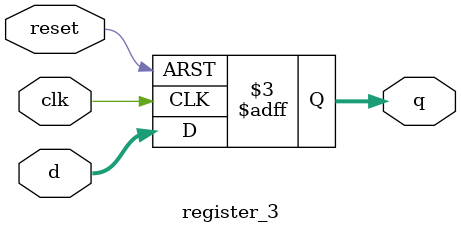
<source format=v>
`timescale 1ns/1ns

`celldefine
module register_1 (clk ,reset ,d ,q);
	
	input clk,reset;
	input  [7 : 0] d;
	output reg [7 : 0] q;
  
	always @ (posedge(clk) or negedge(reset))
	begin
	if (!reset)
		q <= 0;
	else
		q <= d;
	end
endmodule
`endcelldefine

`celldefine
module register_2 (clk ,reset ,d ,q);
	
	input clk,reset;
	input  [1 : 0] d;
	output reg [1 : 0] q;
  
	always @ (posedge(clk) or negedge(reset))
	begin
	if (!reset)
		q <= 0;
	else
		q <= d;
	end
endmodule
`endcelldefine


`celldefine
module register_3 (clk, reset, d, q);   
    input clk, reset;
    input [2:0] d;
    output reg [2:0] q;
    
    always @ (posedge clk or negedge reset) begin
        if (!reset)
            q <= 0; 
        else
            q <= d; 
    end
endmodule
`endcelldefine

</source>
